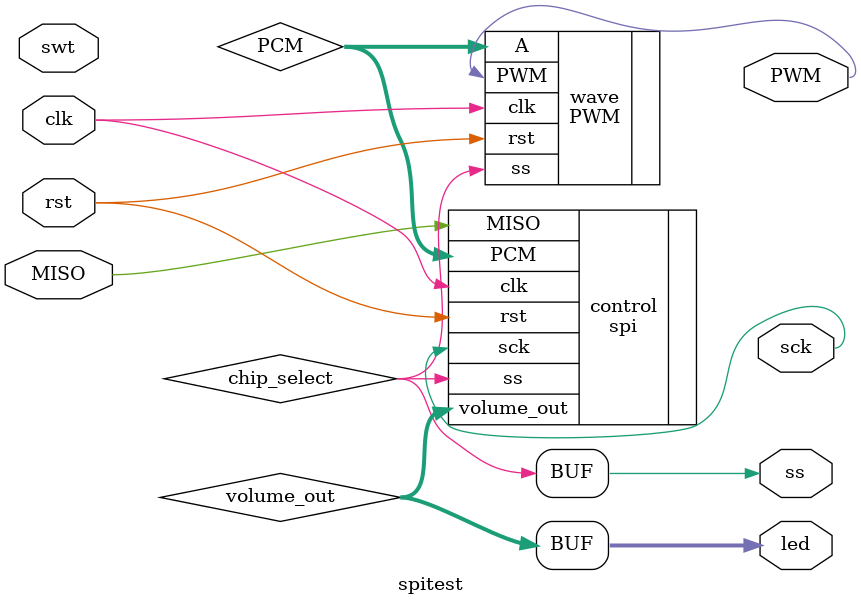
<source format=v>
`timescale 1ns / 1ps


module spitest(
    input MISO,
    input clk,
    input rst,
    input [11:0] swt,
    output PWM,
    output ss,
    output sck,
    output [11:0] led
    );
    
    wire chip_select;
    wire [11:0] volume_out;
    wire [11:0] PCM;
    spi control(
        .ss(chip_select),
        .MISO(MISO),
        .volume_out(volume_out),
        .PCM(PCM),
        .clk(clk),
        .rst(rst),
        .sck(sck)
    );

    PWM wave (
        .A(PCM),
        .clk(clk),
        .rst(rst),
        .ss(chip_select),
        .PWM(PWM)
    );
    
    assign led = volume_out;
    assign ss = chip_select;
endmodule

</source>
